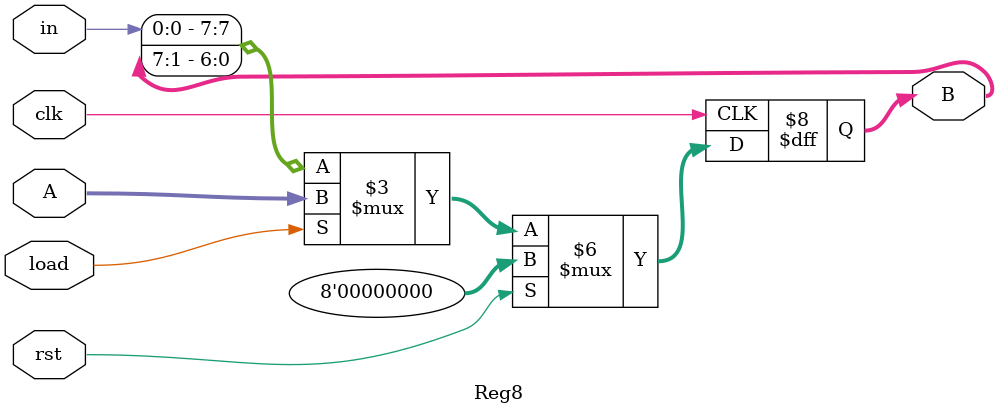
<source format=v>
`timescale 1ns / 1ps
module Reg8(A,in,load,clk,rst,B
    );
	input [7:0] A;  //for parallel loading
	
	input in;      //series input 
	input load;    // switch between parallel load vs shify
	input clk;     //clock
	input rst;    //for resetting all to 0
	output reg [7:0] B;//for storing the intermidiate bits
	always @(posedge clk)
		begin
		if(rst)
			B <= 7'b0;
		else if(load)
			B <= A;
		else
			B <={in,B[7:1]};
		end

endmodule

</source>
